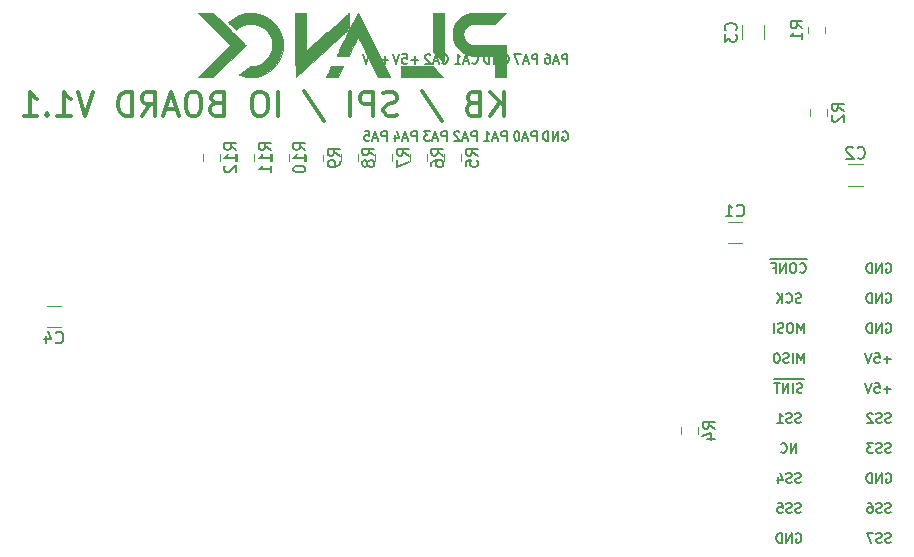
<source format=gbr>
%TF.GenerationSoftware,KiCad,Pcbnew,(5.1.6-0-10_14)*%
%TF.CreationDate,2021-03-04T16:26:44+01:00*%
%TF.ProjectId,io_board,696f5f62-6f61-4726-942e-6b696361645f,rev?*%
%TF.SameCoordinates,Original*%
%TF.FileFunction,Legend,Bot*%
%TF.FilePolarity,Positive*%
%FSLAX46Y46*%
G04 Gerber Fmt 4.6, Leading zero omitted, Abs format (unit mm)*
G04 Created by KiCad (PCBNEW (5.1.6-0-10_14)) date 2021-03-04 16:26:44*
%MOMM*%
%LPD*%
G01*
G04 APERTURE LIST*
%ADD10C,0.150000*%
%ADD11C,0.300000*%
%ADD12C,0.120000*%
%ADD13C,0.010000*%
G04 APERTURE END LIST*
D10*
X67874952Y37601000D02*
X67074952Y37601000D01*
X67227333Y36544285D02*
X67265428Y36506190D01*
X67379714Y36468095D01*
X67455904Y36468095D01*
X67570190Y36506190D01*
X67646380Y36582380D01*
X67684476Y36658571D01*
X67722571Y36810952D01*
X67722571Y36925238D01*
X67684476Y37077619D01*
X67646380Y37153809D01*
X67570190Y37230000D01*
X67455904Y37268095D01*
X67379714Y37268095D01*
X67265428Y37230000D01*
X67227333Y37191904D01*
X67074952Y37601000D02*
X66236857Y37601000D01*
X66732095Y37268095D02*
X66579714Y37268095D01*
X66503523Y37230000D01*
X66427333Y37153809D01*
X66389238Y37001428D01*
X66389238Y36734761D01*
X66427333Y36582380D01*
X66503523Y36506190D01*
X66579714Y36468095D01*
X66732095Y36468095D01*
X66808285Y36506190D01*
X66884476Y36582380D01*
X66922571Y36734761D01*
X66922571Y37001428D01*
X66884476Y37153809D01*
X66808285Y37230000D01*
X66732095Y37268095D01*
X66236857Y37601000D02*
X65398761Y37601000D01*
X66046380Y36468095D02*
X66046380Y37268095D01*
X65589238Y36468095D01*
X65589238Y37268095D01*
X65398761Y37601000D02*
X64713047Y37601000D01*
X64941619Y36887142D02*
X65208285Y36887142D01*
X65208285Y36468095D02*
X65208285Y37268095D01*
X64827333Y37268095D01*
X67322571Y33966190D02*
X67208285Y33928095D01*
X67017809Y33928095D01*
X66941619Y33966190D01*
X66903523Y34004285D01*
X66865428Y34080476D01*
X66865428Y34156666D01*
X66903523Y34232857D01*
X66941619Y34270952D01*
X67017809Y34309047D01*
X67170190Y34347142D01*
X67246380Y34385238D01*
X67284476Y34423333D01*
X67322571Y34499523D01*
X67322571Y34575714D01*
X67284476Y34651904D01*
X67246380Y34690000D01*
X67170190Y34728095D01*
X66979714Y34728095D01*
X66865428Y34690000D01*
X66065428Y34004285D02*
X66103523Y33966190D01*
X66217809Y33928095D01*
X66294000Y33928095D01*
X66408285Y33966190D01*
X66484476Y34042380D01*
X66522571Y34118571D01*
X66560666Y34270952D01*
X66560666Y34385238D01*
X66522571Y34537619D01*
X66484476Y34613809D01*
X66408285Y34690000D01*
X66294000Y34728095D01*
X66217809Y34728095D01*
X66103523Y34690000D01*
X66065428Y34651904D01*
X65722571Y33928095D02*
X65722571Y34728095D01*
X65265428Y33928095D02*
X65608285Y34385238D01*
X65265428Y34728095D02*
X65722571Y34270952D01*
X67551142Y31388095D02*
X67551142Y32188095D01*
X67284476Y31616666D01*
X67017809Y32188095D01*
X67017809Y31388095D01*
X66484476Y32188095D02*
X66332095Y32188095D01*
X66255904Y32150000D01*
X66179714Y32073809D01*
X66141619Y31921428D01*
X66141619Y31654761D01*
X66179714Y31502380D01*
X66255904Y31426190D01*
X66332095Y31388095D01*
X66484476Y31388095D01*
X66560666Y31426190D01*
X66636857Y31502380D01*
X66674952Y31654761D01*
X66674952Y31921428D01*
X66636857Y32073809D01*
X66560666Y32150000D01*
X66484476Y32188095D01*
X65836857Y31426190D02*
X65722571Y31388095D01*
X65532095Y31388095D01*
X65455904Y31426190D01*
X65417809Y31464285D01*
X65379714Y31540476D01*
X65379714Y31616666D01*
X65417809Y31692857D01*
X65455904Y31730952D01*
X65532095Y31769047D01*
X65684476Y31807142D01*
X65760666Y31845238D01*
X65798761Y31883333D01*
X65836857Y31959523D01*
X65836857Y32035714D01*
X65798761Y32111904D01*
X65760666Y32150000D01*
X65684476Y32188095D01*
X65494000Y32188095D01*
X65379714Y32150000D01*
X65036857Y31388095D02*
X65036857Y32188095D01*
X67551142Y28848095D02*
X67551142Y29648095D01*
X67284476Y29076666D01*
X67017809Y29648095D01*
X67017809Y28848095D01*
X66636857Y28848095D02*
X66636857Y29648095D01*
X66294000Y28886190D02*
X66179714Y28848095D01*
X65989238Y28848095D01*
X65913047Y28886190D01*
X65874952Y28924285D01*
X65836857Y29000476D01*
X65836857Y29076666D01*
X65874952Y29152857D01*
X65913047Y29190952D01*
X65989238Y29229047D01*
X66141619Y29267142D01*
X66217809Y29305238D01*
X66255904Y29343333D01*
X66294000Y29419523D01*
X66294000Y29495714D01*
X66255904Y29571904D01*
X66217809Y29610000D01*
X66141619Y29648095D01*
X65951142Y29648095D01*
X65836857Y29610000D01*
X65341619Y29648095D02*
X65189238Y29648095D01*
X65113047Y29610000D01*
X65036857Y29533809D01*
X64998761Y29381428D01*
X64998761Y29114761D01*
X65036857Y28962380D01*
X65113047Y28886190D01*
X65189238Y28848095D01*
X65341619Y28848095D01*
X65417809Y28886190D01*
X65494000Y28962380D01*
X65532095Y29114761D01*
X65532095Y29381428D01*
X65494000Y29533809D01*
X65417809Y29610000D01*
X65341619Y29648095D01*
X67589238Y27441000D02*
X66827333Y27441000D01*
X67436857Y26346190D02*
X67322571Y26308095D01*
X67132095Y26308095D01*
X67055904Y26346190D01*
X67017809Y26384285D01*
X66979714Y26460476D01*
X66979714Y26536666D01*
X67017809Y26612857D01*
X67055904Y26650952D01*
X67132095Y26689047D01*
X67284476Y26727142D01*
X67360666Y26765238D01*
X67398761Y26803333D01*
X67436857Y26879523D01*
X67436857Y26955714D01*
X67398761Y27031904D01*
X67360666Y27070000D01*
X67284476Y27108095D01*
X67094000Y27108095D01*
X66979714Y27070000D01*
X66827333Y27441000D02*
X66446380Y27441000D01*
X66636857Y26308095D02*
X66636857Y27108095D01*
X66446380Y27441000D02*
X65608285Y27441000D01*
X66255904Y26308095D02*
X66255904Y27108095D01*
X65798761Y26308095D01*
X65798761Y27108095D01*
X65608285Y27441000D02*
X64998761Y27441000D01*
X65532095Y27108095D02*
X65074952Y27108095D01*
X65303523Y26308095D02*
X65303523Y27108095D01*
X67284476Y23806190D02*
X67170190Y23768095D01*
X66979714Y23768095D01*
X66903523Y23806190D01*
X66865428Y23844285D01*
X66827333Y23920476D01*
X66827333Y23996666D01*
X66865428Y24072857D01*
X66903523Y24110952D01*
X66979714Y24149047D01*
X67132095Y24187142D01*
X67208285Y24225238D01*
X67246380Y24263333D01*
X67284476Y24339523D01*
X67284476Y24415714D01*
X67246380Y24491904D01*
X67208285Y24530000D01*
X67132095Y24568095D01*
X66941619Y24568095D01*
X66827333Y24530000D01*
X66522571Y23806190D02*
X66408285Y23768095D01*
X66217809Y23768095D01*
X66141619Y23806190D01*
X66103523Y23844285D01*
X66065428Y23920476D01*
X66065428Y23996666D01*
X66103523Y24072857D01*
X66141619Y24110952D01*
X66217809Y24149047D01*
X66370190Y24187142D01*
X66446380Y24225238D01*
X66484476Y24263333D01*
X66522571Y24339523D01*
X66522571Y24415714D01*
X66484476Y24491904D01*
X66446380Y24530000D01*
X66370190Y24568095D01*
X66179714Y24568095D01*
X66065428Y24530000D01*
X65303523Y23768095D02*
X65760666Y23768095D01*
X65532095Y23768095D02*
X65532095Y24568095D01*
X65608285Y24453809D01*
X65684476Y24377619D01*
X65760666Y24339523D01*
X66922571Y21228095D02*
X66922571Y22028095D01*
X66465428Y21228095D01*
X66465428Y22028095D01*
X65627333Y21304285D02*
X65665428Y21266190D01*
X65779714Y21228095D01*
X65855904Y21228095D01*
X65970190Y21266190D01*
X66046380Y21342380D01*
X66084476Y21418571D01*
X66122571Y21570952D01*
X66122571Y21685238D01*
X66084476Y21837619D01*
X66046380Y21913809D01*
X65970190Y21990000D01*
X65855904Y22028095D01*
X65779714Y22028095D01*
X65665428Y21990000D01*
X65627333Y21951904D01*
X67284476Y18726190D02*
X67170190Y18688095D01*
X66979714Y18688095D01*
X66903523Y18726190D01*
X66865428Y18764285D01*
X66827333Y18840476D01*
X66827333Y18916666D01*
X66865428Y18992857D01*
X66903523Y19030952D01*
X66979714Y19069047D01*
X67132095Y19107142D01*
X67208285Y19145238D01*
X67246380Y19183333D01*
X67284476Y19259523D01*
X67284476Y19335714D01*
X67246380Y19411904D01*
X67208285Y19450000D01*
X67132095Y19488095D01*
X66941619Y19488095D01*
X66827333Y19450000D01*
X66522571Y18726190D02*
X66408285Y18688095D01*
X66217809Y18688095D01*
X66141619Y18726190D01*
X66103523Y18764285D01*
X66065428Y18840476D01*
X66065428Y18916666D01*
X66103523Y18992857D01*
X66141619Y19030952D01*
X66217809Y19069047D01*
X66370190Y19107142D01*
X66446380Y19145238D01*
X66484476Y19183333D01*
X66522571Y19259523D01*
X66522571Y19335714D01*
X66484476Y19411904D01*
X66446380Y19450000D01*
X66370190Y19488095D01*
X66179714Y19488095D01*
X66065428Y19450000D01*
X65379714Y19221428D02*
X65379714Y18688095D01*
X65570190Y19526190D02*
X65760666Y18954761D01*
X65265428Y18954761D01*
X67284476Y16186190D02*
X67170190Y16148095D01*
X66979714Y16148095D01*
X66903523Y16186190D01*
X66865428Y16224285D01*
X66827333Y16300476D01*
X66827333Y16376666D01*
X66865428Y16452857D01*
X66903523Y16490952D01*
X66979714Y16529047D01*
X67132095Y16567142D01*
X67208285Y16605238D01*
X67246380Y16643333D01*
X67284476Y16719523D01*
X67284476Y16795714D01*
X67246380Y16871904D01*
X67208285Y16910000D01*
X67132095Y16948095D01*
X66941619Y16948095D01*
X66827333Y16910000D01*
X66522571Y16186190D02*
X66408285Y16148095D01*
X66217809Y16148095D01*
X66141619Y16186190D01*
X66103523Y16224285D01*
X66065428Y16300476D01*
X66065428Y16376666D01*
X66103523Y16452857D01*
X66141619Y16490952D01*
X66217809Y16529047D01*
X66370190Y16567142D01*
X66446380Y16605238D01*
X66484476Y16643333D01*
X66522571Y16719523D01*
X66522571Y16795714D01*
X66484476Y16871904D01*
X66446380Y16910000D01*
X66370190Y16948095D01*
X66179714Y16948095D01*
X66065428Y16910000D01*
X65341619Y16948095D02*
X65722571Y16948095D01*
X65760666Y16567142D01*
X65722571Y16605238D01*
X65646380Y16643333D01*
X65455904Y16643333D01*
X65379714Y16605238D01*
X65341619Y16567142D01*
X65303523Y16490952D01*
X65303523Y16300476D01*
X65341619Y16224285D01*
X65379714Y16186190D01*
X65455904Y16148095D01*
X65646380Y16148095D01*
X65722571Y16186190D01*
X65760666Y16224285D01*
X66903523Y14370000D02*
X66979714Y14408095D01*
X67094000Y14408095D01*
X67208285Y14370000D01*
X67284476Y14293809D01*
X67322571Y14217619D01*
X67360666Y14065238D01*
X67360666Y13950952D01*
X67322571Y13798571D01*
X67284476Y13722380D01*
X67208285Y13646190D01*
X67094000Y13608095D01*
X67017809Y13608095D01*
X66903523Y13646190D01*
X66865428Y13684285D01*
X66865428Y13950952D01*
X67017809Y13950952D01*
X66522571Y13608095D02*
X66522571Y14408095D01*
X66065428Y13608095D01*
X66065428Y14408095D01*
X65684476Y13608095D02*
X65684476Y14408095D01*
X65494000Y14408095D01*
X65379714Y14370000D01*
X65303523Y14293809D01*
X65265428Y14217619D01*
X65227333Y14065238D01*
X65227333Y13950952D01*
X65265428Y13798571D01*
X65303523Y13722380D01*
X65379714Y13646190D01*
X65494000Y13608095D01*
X65684476Y13608095D01*
X74904476Y13646190D02*
X74790190Y13608095D01*
X74599714Y13608095D01*
X74523523Y13646190D01*
X74485428Y13684285D01*
X74447333Y13760476D01*
X74447333Y13836666D01*
X74485428Y13912857D01*
X74523523Y13950952D01*
X74599714Y13989047D01*
X74752095Y14027142D01*
X74828285Y14065238D01*
X74866380Y14103333D01*
X74904476Y14179523D01*
X74904476Y14255714D01*
X74866380Y14331904D01*
X74828285Y14370000D01*
X74752095Y14408095D01*
X74561619Y14408095D01*
X74447333Y14370000D01*
X74142571Y13646190D02*
X74028285Y13608095D01*
X73837809Y13608095D01*
X73761619Y13646190D01*
X73723523Y13684285D01*
X73685428Y13760476D01*
X73685428Y13836666D01*
X73723523Y13912857D01*
X73761619Y13950952D01*
X73837809Y13989047D01*
X73990190Y14027142D01*
X74066380Y14065238D01*
X74104476Y14103333D01*
X74142571Y14179523D01*
X74142571Y14255714D01*
X74104476Y14331904D01*
X74066380Y14370000D01*
X73990190Y14408095D01*
X73799714Y14408095D01*
X73685428Y14370000D01*
X73418761Y14408095D02*
X72885428Y14408095D01*
X73228285Y13608095D01*
X74904476Y16186190D02*
X74790190Y16148095D01*
X74599714Y16148095D01*
X74523523Y16186190D01*
X74485428Y16224285D01*
X74447333Y16300476D01*
X74447333Y16376666D01*
X74485428Y16452857D01*
X74523523Y16490952D01*
X74599714Y16529047D01*
X74752095Y16567142D01*
X74828285Y16605238D01*
X74866380Y16643333D01*
X74904476Y16719523D01*
X74904476Y16795714D01*
X74866380Y16871904D01*
X74828285Y16910000D01*
X74752095Y16948095D01*
X74561619Y16948095D01*
X74447333Y16910000D01*
X74142571Y16186190D02*
X74028285Y16148095D01*
X73837809Y16148095D01*
X73761619Y16186190D01*
X73723523Y16224285D01*
X73685428Y16300476D01*
X73685428Y16376666D01*
X73723523Y16452857D01*
X73761619Y16490952D01*
X73837809Y16529047D01*
X73990190Y16567142D01*
X74066380Y16605238D01*
X74104476Y16643333D01*
X74142571Y16719523D01*
X74142571Y16795714D01*
X74104476Y16871904D01*
X74066380Y16910000D01*
X73990190Y16948095D01*
X73799714Y16948095D01*
X73685428Y16910000D01*
X72999714Y16948095D02*
X73152095Y16948095D01*
X73228285Y16910000D01*
X73266380Y16871904D01*
X73342571Y16757619D01*
X73380666Y16605238D01*
X73380666Y16300476D01*
X73342571Y16224285D01*
X73304476Y16186190D01*
X73228285Y16148095D01*
X73075904Y16148095D01*
X72999714Y16186190D01*
X72961619Y16224285D01*
X72923523Y16300476D01*
X72923523Y16490952D01*
X72961619Y16567142D01*
X72999714Y16605238D01*
X73075904Y16643333D01*
X73228285Y16643333D01*
X73304476Y16605238D01*
X73342571Y16567142D01*
X73380666Y16490952D01*
X74523523Y19450000D02*
X74599714Y19488095D01*
X74714000Y19488095D01*
X74828285Y19450000D01*
X74904476Y19373809D01*
X74942571Y19297619D01*
X74980666Y19145238D01*
X74980666Y19030952D01*
X74942571Y18878571D01*
X74904476Y18802380D01*
X74828285Y18726190D01*
X74714000Y18688095D01*
X74637809Y18688095D01*
X74523523Y18726190D01*
X74485428Y18764285D01*
X74485428Y19030952D01*
X74637809Y19030952D01*
X74142571Y18688095D02*
X74142571Y19488095D01*
X73685428Y18688095D01*
X73685428Y19488095D01*
X73304476Y18688095D02*
X73304476Y19488095D01*
X73114000Y19488095D01*
X72999714Y19450000D01*
X72923523Y19373809D01*
X72885428Y19297619D01*
X72847333Y19145238D01*
X72847333Y19030952D01*
X72885428Y18878571D01*
X72923523Y18802380D01*
X72999714Y18726190D01*
X73114000Y18688095D01*
X73304476Y18688095D01*
X74904476Y21266190D02*
X74790190Y21228095D01*
X74599714Y21228095D01*
X74523523Y21266190D01*
X74485428Y21304285D01*
X74447333Y21380476D01*
X74447333Y21456666D01*
X74485428Y21532857D01*
X74523523Y21570952D01*
X74599714Y21609047D01*
X74752095Y21647142D01*
X74828285Y21685238D01*
X74866380Y21723333D01*
X74904476Y21799523D01*
X74904476Y21875714D01*
X74866380Y21951904D01*
X74828285Y21990000D01*
X74752095Y22028095D01*
X74561619Y22028095D01*
X74447333Y21990000D01*
X74142571Y21266190D02*
X74028285Y21228095D01*
X73837809Y21228095D01*
X73761619Y21266190D01*
X73723523Y21304285D01*
X73685428Y21380476D01*
X73685428Y21456666D01*
X73723523Y21532857D01*
X73761619Y21570952D01*
X73837809Y21609047D01*
X73990190Y21647142D01*
X74066380Y21685238D01*
X74104476Y21723333D01*
X74142571Y21799523D01*
X74142571Y21875714D01*
X74104476Y21951904D01*
X74066380Y21990000D01*
X73990190Y22028095D01*
X73799714Y22028095D01*
X73685428Y21990000D01*
X73418761Y22028095D02*
X72923523Y22028095D01*
X73190190Y21723333D01*
X73075904Y21723333D01*
X72999714Y21685238D01*
X72961619Y21647142D01*
X72923523Y21570952D01*
X72923523Y21380476D01*
X72961619Y21304285D01*
X72999714Y21266190D01*
X73075904Y21228095D01*
X73304476Y21228095D01*
X73380666Y21266190D01*
X73418761Y21304285D01*
X74904476Y23806190D02*
X74790190Y23768095D01*
X74599714Y23768095D01*
X74523523Y23806190D01*
X74485428Y23844285D01*
X74447333Y23920476D01*
X74447333Y23996666D01*
X74485428Y24072857D01*
X74523523Y24110952D01*
X74599714Y24149047D01*
X74752095Y24187142D01*
X74828285Y24225238D01*
X74866380Y24263333D01*
X74904476Y24339523D01*
X74904476Y24415714D01*
X74866380Y24491904D01*
X74828285Y24530000D01*
X74752095Y24568095D01*
X74561619Y24568095D01*
X74447333Y24530000D01*
X74142571Y23806190D02*
X74028285Y23768095D01*
X73837809Y23768095D01*
X73761619Y23806190D01*
X73723523Y23844285D01*
X73685428Y23920476D01*
X73685428Y23996666D01*
X73723523Y24072857D01*
X73761619Y24110952D01*
X73837809Y24149047D01*
X73990190Y24187142D01*
X74066380Y24225238D01*
X74104476Y24263333D01*
X74142571Y24339523D01*
X74142571Y24415714D01*
X74104476Y24491904D01*
X74066380Y24530000D01*
X73990190Y24568095D01*
X73799714Y24568095D01*
X73685428Y24530000D01*
X73380666Y24491904D02*
X73342571Y24530000D01*
X73266380Y24568095D01*
X73075904Y24568095D01*
X72999714Y24530000D01*
X72961619Y24491904D01*
X72923523Y24415714D01*
X72923523Y24339523D01*
X72961619Y24225238D01*
X73418761Y23768095D01*
X72923523Y23768095D01*
X74942571Y29152857D02*
X74333047Y29152857D01*
X74637809Y28848095D02*
X74637809Y29457619D01*
X73571142Y29648095D02*
X73952095Y29648095D01*
X73990190Y29267142D01*
X73952095Y29305238D01*
X73875904Y29343333D01*
X73685428Y29343333D01*
X73609238Y29305238D01*
X73571142Y29267142D01*
X73533047Y29190952D01*
X73533047Y29000476D01*
X73571142Y28924285D01*
X73609238Y28886190D01*
X73685428Y28848095D01*
X73875904Y28848095D01*
X73952095Y28886190D01*
X73990190Y28924285D01*
X73304476Y29648095D02*
X73037809Y28848095D01*
X72771142Y29648095D01*
X74523523Y32150000D02*
X74599714Y32188095D01*
X74714000Y32188095D01*
X74828285Y32150000D01*
X74904476Y32073809D01*
X74942571Y31997619D01*
X74980666Y31845238D01*
X74980666Y31730952D01*
X74942571Y31578571D01*
X74904476Y31502380D01*
X74828285Y31426190D01*
X74714000Y31388095D01*
X74637809Y31388095D01*
X74523523Y31426190D01*
X74485428Y31464285D01*
X74485428Y31730952D01*
X74637809Y31730952D01*
X74142571Y31388095D02*
X74142571Y32188095D01*
X73685428Y31388095D01*
X73685428Y32188095D01*
X73304476Y31388095D02*
X73304476Y32188095D01*
X73114000Y32188095D01*
X72999714Y32150000D01*
X72923523Y32073809D01*
X72885428Y31997619D01*
X72847333Y31845238D01*
X72847333Y31730952D01*
X72885428Y31578571D01*
X72923523Y31502380D01*
X72999714Y31426190D01*
X73114000Y31388095D01*
X73304476Y31388095D01*
X74523523Y34690000D02*
X74599714Y34728095D01*
X74714000Y34728095D01*
X74828285Y34690000D01*
X74904476Y34613809D01*
X74942571Y34537619D01*
X74980666Y34385238D01*
X74980666Y34270952D01*
X74942571Y34118571D01*
X74904476Y34042380D01*
X74828285Y33966190D01*
X74714000Y33928095D01*
X74637809Y33928095D01*
X74523523Y33966190D01*
X74485428Y34004285D01*
X74485428Y34270952D01*
X74637809Y34270952D01*
X74142571Y33928095D02*
X74142571Y34728095D01*
X73685428Y33928095D01*
X73685428Y34728095D01*
X73304476Y33928095D02*
X73304476Y34728095D01*
X73114000Y34728095D01*
X72999714Y34690000D01*
X72923523Y34613809D01*
X72885428Y34537619D01*
X72847333Y34385238D01*
X72847333Y34270952D01*
X72885428Y34118571D01*
X72923523Y34042380D01*
X72999714Y33966190D01*
X73114000Y33928095D01*
X73304476Y33928095D01*
X74523523Y37230000D02*
X74599714Y37268095D01*
X74714000Y37268095D01*
X74828285Y37230000D01*
X74904476Y37153809D01*
X74942571Y37077619D01*
X74980666Y36925238D01*
X74980666Y36810952D01*
X74942571Y36658571D01*
X74904476Y36582380D01*
X74828285Y36506190D01*
X74714000Y36468095D01*
X74637809Y36468095D01*
X74523523Y36506190D01*
X74485428Y36544285D01*
X74485428Y36810952D01*
X74637809Y36810952D01*
X74142571Y36468095D02*
X74142571Y37268095D01*
X73685428Y36468095D01*
X73685428Y37268095D01*
X73304476Y36468095D02*
X73304476Y37268095D01*
X73114000Y37268095D01*
X72999714Y37230000D01*
X72923523Y37153809D01*
X72885428Y37077619D01*
X72847333Y36925238D01*
X72847333Y36810952D01*
X72885428Y36658571D01*
X72923523Y36582380D01*
X72999714Y36506190D01*
X73114000Y36468095D01*
X73304476Y36468095D01*
X74942571Y26612857D02*
X74333047Y26612857D01*
X74637809Y26308095D02*
X74637809Y26917619D01*
X73571142Y27108095D02*
X73952095Y27108095D01*
X73990190Y26727142D01*
X73952095Y26765238D01*
X73875904Y26803333D01*
X73685428Y26803333D01*
X73609238Y26765238D01*
X73571142Y26727142D01*
X73533047Y26650952D01*
X73533047Y26460476D01*
X73571142Y26384285D01*
X73609238Y26346190D01*
X73685428Y26308095D01*
X73875904Y26308095D01*
X73952095Y26346190D01*
X73990190Y26384285D01*
X73304476Y27108095D02*
X73037809Y26308095D01*
X72771142Y27108095D01*
X44938833Y47644095D02*
X44938833Y48444095D01*
X44634071Y48444095D01*
X44557880Y48406000D01*
X44519785Y48367904D01*
X44481690Y48291714D01*
X44481690Y48177428D01*
X44519785Y48101238D01*
X44557880Y48063142D01*
X44634071Y48025047D01*
X44938833Y48025047D01*
X44176928Y47872666D02*
X43795976Y47872666D01*
X44253119Y47644095D02*
X43986452Y48444095D01*
X43719785Y47644095D01*
X43300738Y48444095D02*
X43224547Y48444095D01*
X43148357Y48406000D01*
X43110261Y48367904D01*
X43072166Y48291714D01*
X43034071Y48139333D01*
X43034071Y47948857D01*
X43072166Y47796476D01*
X43110261Y47720285D01*
X43148357Y47682190D01*
X43224547Y47644095D01*
X43300738Y47644095D01*
X43376928Y47682190D01*
X43415023Y47720285D01*
X43453119Y47796476D01*
X43491214Y47948857D01*
X43491214Y48139333D01*
X43453119Y48291714D01*
X43415023Y48367904D01*
X43376928Y48406000D01*
X43300738Y48444095D01*
X47155023Y48406000D02*
X47231214Y48444095D01*
X47345500Y48444095D01*
X47459785Y48406000D01*
X47535976Y48329809D01*
X47574071Y48253619D01*
X47612166Y48101238D01*
X47612166Y47986952D01*
X47574071Y47834571D01*
X47535976Y47758380D01*
X47459785Y47682190D01*
X47345500Y47644095D01*
X47269309Y47644095D01*
X47155023Y47682190D01*
X47116928Y47720285D01*
X47116928Y47986952D01*
X47269309Y47986952D01*
X46774071Y47644095D02*
X46774071Y48444095D01*
X46316928Y47644095D01*
X46316928Y48444095D01*
X45935976Y47644095D02*
X45935976Y48444095D01*
X45745500Y48444095D01*
X45631214Y48406000D01*
X45555023Y48329809D01*
X45516928Y48253619D01*
X45478833Y48101238D01*
X45478833Y47986952D01*
X45516928Y47834571D01*
X45555023Y47758380D01*
X45631214Y47682190D01*
X45745500Y47644095D01*
X45935976Y47644095D01*
X32238833Y47644095D02*
X32238833Y48444095D01*
X31934071Y48444095D01*
X31857880Y48406000D01*
X31819785Y48367904D01*
X31781690Y48291714D01*
X31781690Y48177428D01*
X31819785Y48101238D01*
X31857880Y48063142D01*
X31934071Y48025047D01*
X32238833Y48025047D01*
X31476928Y47872666D02*
X31095976Y47872666D01*
X31553119Y47644095D02*
X31286452Y48444095D01*
X31019785Y47644095D01*
X30372166Y48444095D02*
X30753119Y48444095D01*
X30791214Y48063142D01*
X30753119Y48101238D01*
X30676928Y48139333D01*
X30486452Y48139333D01*
X30410261Y48101238D01*
X30372166Y48063142D01*
X30334071Y47986952D01*
X30334071Y47796476D01*
X30372166Y47720285D01*
X30410261Y47682190D01*
X30486452Y47644095D01*
X30676928Y47644095D01*
X30753119Y47682190D01*
X30791214Y47720285D01*
X34778833Y47644095D02*
X34778833Y48444095D01*
X34474071Y48444095D01*
X34397880Y48406000D01*
X34359785Y48367904D01*
X34321690Y48291714D01*
X34321690Y48177428D01*
X34359785Y48101238D01*
X34397880Y48063142D01*
X34474071Y48025047D01*
X34778833Y48025047D01*
X34016928Y47872666D02*
X33635976Y47872666D01*
X34093119Y47644095D02*
X33826452Y48444095D01*
X33559785Y47644095D01*
X32950261Y48177428D02*
X32950261Y47644095D01*
X33140738Y48482190D02*
X33331214Y47910761D01*
X32835976Y47910761D01*
X39858833Y47644095D02*
X39858833Y48444095D01*
X39554071Y48444095D01*
X39477880Y48406000D01*
X39439785Y48367904D01*
X39401690Y48291714D01*
X39401690Y48177428D01*
X39439785Y48101238D01*
X39477880Y48063142D01*
X39554071Y48025047D01*
X39858833Y48025047D01*
X39096928Y47872666D02*
X38715976Y47872666D01*
X39173119Y47644095D02*
X38906452Y48444095D01*
X38639785Y47644095D01*
X38411214Y48367904D02*
X38373119Y48406000D01*
X38296928Y48444095D01*
X38106452Y48444095D01*
X38030261Y48406000D01*
X37992166Y48367904D01*
X37954071Y48291714D01*
X37954071Y48215523D01*
X37992166Y48101238D01*
X38449309Y47644095D01*
X37954071Y47644095D01*
X42398833Y47644095D02*
X42398833Y48444095D01*
X42094071Y48444095D01*
X42017880Y48406000D01*
X41979785Y48367904D01*
X41941690Y48291714D01*
X41941690Y48177428D01*
X41979785Y48101238D01*
X42017880Y48063142D01*
X42094071Y48025047D01*
X42398833Y48025047D01*
X41636928Y47872666D02*
X41255976Y47872666D01*
X41713119Y47644095D02*
X41446452Y48444095D01*
X41179785Y47644095D01*
X40494071Y47644095D02*
X40951214Y47644095D01*
X40722642Y47644095D02*
X40722642Y48444095D01*
X40798833Y48329809D01*
X40875023Y48253619D01*
X40951214Y48215523D01*
X37318833Y47644095D02*
X37318833Y48444095D01*
X37014071Y48444095D01*
X36937880Y48406000D01*
X36899785Y48367904D01*
X36861690Y48291714D01*
X36861690Y48177428D01*
X36899785Y48101238D01*
X36937880Y48063142D01*
X37014071Y48025047D01*
X37318833Y48025047D01*
X36556928Y47872666D02*
X36175976Y47872666D01*
X36633119Y47644095D02*
X36366452Y48444095D01*
X36099785Y47644095D01*
X35909309Y48444095D02*
X35414071Y48444095D01*
X35680738Y48139333D01*
X35566452Y48139333D01*
X35490261Y48101238D01*
X35452166Y48063142D01*
X35414071Y47986952D01*
X35414071Y47796476D01*
X35452166Y47720285D01*
X35490261Y47682190D01*
X35566452Y47644095D01*
X35795023Y47644095D01*
X35871214Y47682190D01*
X35909309Y47720285D01*
X32397571Y54489357D02*
X31788047Y54489357D01*
X32092809Y54184595D02*
X32092809Y54794119D01*
X31026142Y54984595D02*
X31407095Y54984595D01*
X31445190Y54603642D01*
X31407095Y54641738D01*
X31330904Y54679833D01*
X31140428Y54679833D01*
X31064238Y54641738D01*
X31026142Y54603642D01*
X30988047Y54527452D01*
X30988047Y54336976D01*
X31026142Y54260785D01*
X31064238Y54222690D01*
X31140428Y54184595D01*
X31330904Y54184595D01*
X31407095Y54222690D01*
X31445190Y54260785D01*
X30759476Y54984595D02*
X30492809Y54184595D01*
X30226142Y54984595D01*
X34937571Y54489357D02*
X34328047Y54489357D01*
X34632809Y54184595D02*
X34632809Y54794119D01*
X33566142Y54984595D02*
X33947095Y54984595D01*
X33985190Y54603642D01*
X33947095Y54641738D01*
X33870904Y54679833D01*
X33680428Y54679833D01*
X33604238Y54641738D01*
X33566142Y54603642D01*
X33528047Y54527452D01*
X33528047Y54336976D01*
X33566142Y54260785D01*
X33604238Y54222690D01*
X33680428Y54184595D01*
X33870904Y54184595D01*
X33947095Y54222690D01*
X33985190Y54260785D01*
X33299476Y54984595D02*
X33032809Y54184595D01*
X32766142Y54984595D01*
X36925190Y54260785D02*
X36963285Y54222690D01*
X37077571Y54184595D01*
X37153761Y54184595D01*
X37268047Y54222690D01*
X37344238Y54298880D01*
X37382333Y54375071D01*
X37420428Y54527452D01*
X37420428Y54641738D01*
X37382333Y54794119D01*
X37344238Y54870309D01*
X37268047Y54946500D01*
X37153761Y54984595D01*
X37077571Y54984595D01*
X36963285Y54946500D01*
X36925190Y54908404D01*
X36620428Y54413166D02*
X36239476Y54413166D01*
X36696619Y54184595D02*
X36429952Y54984595D01*
X36163285Y54184595D01*
X35934714Y54908404D02*
X35896619Y54946500D01*
X35820428Y54984595D01*
X35629952Y54984595D01*
X35553761Y54946500D01*
X35515666Y54908404D01*
X35477571Y54832214D01*
X35477571Y54756023D01*
X35515666Y54641738D01*
X35972809Y54184595D01*
X35477571Y54184595D01*
X39465190Y54260785D02*
X39503285Y54222690D01*
X39617571Y54184595D01*
X39693761Y54184595D01*
X39808047Y54222690D01*
X39884238Y54298880D01*
X39922333Y54375071D01*
X39960428Y54527452D01*
X39960428Y54641738D01*
X39922333Y54794119D01*
X39884238Y54870309D01*
X39808047Y54946500D01*
X39693761Y54984595D01*
X39617571Y54984595D01*
X39503285Y54946500D01*
X39465190Y54908404D01*
X39160428Y54413166D02*
X38779476Y54413166D01*
X39236619Y54184595D02*
X38969952Y54984595D01*
X38703285Y54184595D01*
X38017571Y54184595D02*
X38474714Y54184595D01*
X38246142Y54184595D02*
X38246142Y54984595D01*
X38322333Y54870309D01*
X38398523Y54794119D01*
X38474714Y54756023D01*
X42138523Y54946500D02*
X42214714Y54984595D01*
X42329000Y54984595D01*
X42443285Y54946500D01*
X42519476Y54870309D01*
X42557571Y54794119D01*
X42595666Y54641738D01*
X42595666Y54527452D01*
X42557571Y54375071D01*
X42519476Y54298880D01*
X42443285Y54222690D01*
X42329000Y54184595D01*
X42252809Y54184595D01*
X42138523Y54222690D01*
X42100428Y54260785D01*
X42100428Y54527452D01*
X42252809Y54527452D01*
X41757571Y54184595D02*
X41757571Y54984595D01*
X41300428Y54184595D01*
X41300428Y54984595D01*
X40919476Y54184595D02*
X40919476Y54984595D01*
X40729000Y54984595D01*
X40614714Y54946500D01*
X40538523Y54870309D01*
X40500428Y54794119D01*
X40462333Y54641738D01*
X40462333Y54527452D01*
X40500428Y54375071D01*
X40538523Y54298880D01*
X40614714Y54222690D01*
X40729000Y54184595D01*
X40919476Y54184595D01*
X45002333Y54184595D02*
X45002333Y54984595D01*
X44697571Y54984595D01*
X44621380Y54946500D01*
X44583285Y54908404D01*
X44545190Y54832214D01*
X44545190Y54717928D01*
X44583285Y54641738D01*
X44621380Y54603642D01*
X44697571Y54565547D01*
X45002333Y54565547D01*
X44240428Y54413166D02*
X43859476Y54413166D01*
X44316619Y54184595D02*
X44049952Y54984595D01*
X43783285Y54184595D01*
X43592809Y54984595D02*
X43059476Y54984595D01*
X43402333Y54184595D01*
X47542333Y54184595D02*
X47542333Y54984595D01*
X47237571Y54984595D01*
X47161380Y54946500D01*
X47123285Y54908404D01*
X47085190Y54832214D01*
X47085190Y54717928D01*
X47123285Y54641738D01*
X47161380Y54603642D01*
X47237571Y54565547D01*
X47542333Y54565547D01*
X46780428Y54413166D02*
X46399476Y54413166D01*
X46856619Y54184595D02*
X46589952Y54984595D01*
X46323285Y54184595D01*
X45713761Y54984595D02*
X45866142Y54984595D01*
X45942333Y54946500D01*
X45980428Y54908404D01*
X46056619Y54794119D01*
X46094714Y54641738D01*
X46094714Y54336976D01*
X46056619Y54260785D01*
X46018523Y54222690D01*
X45942333Y54184595D01*
X45789952Y54184595D01*
X45713761Y54222690D01*
X45675666Y54260785D01*
X45637571Y54336976D01*
X45637571Y54527452D01*
X45675666Y54603642D01*
X45713761Y54641738D01*
X45789952Y54679833D01*
X45942333Y54679833D01*
X46018523Y54641738D01*
X46056619Y54603642D01*
X46094714Y54527452D01*
D11*
X42168619Y49768238D02*
X42168619Y51768238D01*
X41025762Y49768238D02*
X41882905Y50911095D01*
X41025762Y51768238D02*
X42168619Y50625380D01*
X39501952Y50815857D02*
X39216238Y50720619D01*
X39121000Y50625380D01*
X39025762Y50434904D01*
X39025762Y50149190D01*
X39121000Y49958714D01*
X39216238Y49863476D01*
X39406714Y49768238D01*
X40168619Y49768238D01*
X40168619Y51768238D01*
X39501952Y51768238D01*
X39311476Y51673000D01*
X39216238Y51577761D01*
X39121000Y51387285D01*
X39121000Y51196809D01*
X39216238Y51006333D01*
X39311476Y50911095D01*
X39501952Y50815857D01*
X40168619Y50815857D01*
X35216238Y51863476D02*
X36930524Y49292047D01*
X33121000Y49863476D02*
X32835286Y49768238D01*
X32359095Y49768238D01*
X32168619Y49863476D01*
X32073381Y49958714D01*
X31978143Y50149190D01*
X31978143Y50339666D01*
X32073381Y50530142D01*
X32168619Y50625380D01*
X32359095Y50720619D01*
X32740048Y50815857D01*
X32930524Y50911095D01*
X33025762Y51006333D01*
X33121000Y51196809D01*
X33121000Y51387285D01*
X33025762Y51577761D01*
X32930524Y51673000D01*
X32740048Y51768238D01*
X32263857Y51768238D01*
X31978143Y51673000D01*
X31121000Y49768238D02*
X31121000Y51768238D01*
X30359095Y51768238D01*
X30168619Y51673000D01*
X30073381Y51577761D01*
X29978143Y51387285D01*
X29978143Y51101571D01*
X30073381Y50911095D01*
X30168619Y50815857D01*
X30359095Y50720619D01*
X31121000Y50720619D01*
X29121000Y49768238D02*
X29121000Y51768238D01*
X25216238Y51863476D02*
X26930524Y49292047D01*
X23025762Y49768238D02*
X23025762Y51768238D01*
X21692429Y51768238D02*
X21311476Y51768238D01*
X21121000Y51673000D01*
X20930524Y51482523D01*
X20835286Y51101571D01*
X20835286Y50434904D01*
X20930524Y50053952D01*
X21121000Y49863476D01*
X21311476Y49768238D01*
X21692429Y49768238D01*
X21882905Y49863476D01*
X22073381Y50053952D01*
X22168619Y50434904D01*
X22168619Y51101571D01*
X22073381Y51482523D01*
X21882905Y51673000D01*
X21692429Y51768238D01*
X17787667Y50815857D02*
X17501952Y50720619D01*
X17406714Y50625380D01*
X17311476Y50434904D01*
X17311476Y50149190D01*
X17406714Y49958714D01*
X17501952Y49863476D01*
X17692429Y49768238D01*
X18454333Y49768238D01*
X18454333Y51768238D01*
X17787667Y51768238D01*
X17597190Y51673000D01*
X17501952Y51577761D01*
X17406714Y51387285D01*
X17406714Y51196809D01*
X17501952Y51006333D01*
X17597190Y50911095D01*
X17787667Y50815857D01*
X18454333Y50815857D01*
X16073381Y51768238D02*
X15692429Y51768238D01*
X15501952Y51673000D01*
X15311476Y51482523D01*
X15216238Y51101571D01*
X15216238Y50434904D01*
X15311476Y50053952D01*
X15501952Y49863476D01*
X15692429Y49768238D01*
X16073381Y49768238D01*
X16263857Y49863476D01*
X16454333Y50053952D01*
X16549571Y50434904D01*
X16549571Y51101571D01*
X16454333Y51482523D01*
X16263857Y51673000D01*
X16073381Y51768238D01*
X14454333Y50339666D02*
X13501952Y50339666D01*
X14644810Y49768238D02*
X13978143Y51768238D01*
X13311476Y49768238D01*
X11501952Y49768238D02*
X12168619Y50720619D01*
X12644810Y49768238D02*
X12644810Y51768238D01*
X11882905Y51768238D01*
X11692429Y51673000D01*
X11597190Y51577761D01*
X11501952Y51387285D01*
X11501952Y51101571D01*
X11597190Y50911095D01*
X11692429Y50815857D01*
X11882905Y50720619D01*
X12644810Y50720619D01*
X10644810Y49768238D02*
X10644810Y51768238D01*
X10168619Y51768238D01*
X9882905Y51673000D01*
X9692429Y51482523D01*
X9597190Y51292047D01*
X9501952Y50911095D01*
X9501952Y50625380D01*
X9597190Y50244428D01*
X9692429Y50053952D01*
X9882905Y49863476D01*
X10168619Y49768238D01*
X10644810Y49768238D01*
X7406714Y51768238D02*
X6740048Y49768238D01*
X6073381Y51768238D01*
X4359095Y49768238D02*
X5501952Y49768238D01*
X4930524Y49768238D02*
X4930524Y51768238D01*
X5121000Y51482523D01*
X5311476Y51292047D01*
X5501952Y51196809D01*
X3501952Y49958714D02*
X3406714Y49863476D01*
X3501952Y49768238D01*
X3597190Y49863476D01*
X3501952Y49958714D01*
X3501952Y49768238D01*
X1501952Y49768238D02*
X2644810Y49768238D01*
X2073381Y49768238D02*
X2073381Y51768238D01*
X2263857Y51482523D01*
X2454333Y51292047D01*
X2644810Y51196809D01*
D12*
%TO.C,C3*%
X62336000Y57434564D02*
X62336000Y56230436D01*
X64156000Y57434564D02*
X64156000Y56230436D01*
%TO.C,C2*%
X72547564Y45677500D02*
X71343436Y45677500D01*
X72547564Y43857500D02*
X71343436Y43857500D01*
%TO.C,R12*%
X16689000Y45966748D02*
X16689000Y46489252D01*
X18109000Y45966748D02*
X18109000Y46489252D01*
%TO.C,R11*%
X19610000Y45966748D02*
X19610000Y46489252D01*
X21030000Y45966748D02*
X21030000Y46489252D01*
%TO.C,R10*%
X22531000Y45966748D02*
X22531000Y46489252D01*
X23951000Y45966748D02*
X23951000Y46489252D01*
%TO.C,R9*%
X25452000Y45957748D02*
X25452000Y46480252D01*
X26872000Y45957748D02*
X26872000Y46480252D01*
%TO.C,R8*%
X28373000Y45975748D02*
X28373000Y46498252D01*
X29793000Y45975748D02*
X29793000Y46498252D01*
%TO.C,R7*%
X31294000Y45966748D02*
X31294000Y46489252D01*
X32714000Y45966748D02*
X32714000Y46489252D01*
%TO.C,R6*%
X34215000Y45966748D02*
X34215000Y46489252D01*
X35635000Y45966748D02*
X35635000Y46489252D01*
%TO.C,R5*%
X37136000Y45966748D02*
X37136000Y46489252D01*
X38556000Y45966748D02*
X38556000Y46489252D01*
%TO.C,R4*%
X57202000Y22852748D02*
X57202000Y23375252D01*
X58622000Y22852748D02*
X58622000Y23375252D01*
%TO.C,R2*%
X68124000Y49776748D02*
X68124000Y50299252D01*
X69544000Y49776748D02*
X69544000Y50299252D01*
%TO.C,R1*%
X69353500Y57284252D02*
X69353500Y56761748D01*
X67933500Y57284252D02*
X67933500Y56761748D01*
%TO.C,C4*%
X3461936Y33676000D02*
X4666064Y33676000D01*
X3461936Y31856000D02*
X4666064Y31856000D01*
%TO.C,C1*%
X62324064Y38968000D02*
X61119936Y38968000D01*
X62324064Y40788000D02*
X61119936Y40788000D01*
D13*
%TO.C,G\u002A\u002A\u002A*%
G36*
X40917709Y58467562D02*
G01*
X40657601Y58467525D01*
X40427092Y58467367D01*
X40224032Y58466981D01*
X40046270Y58466259D01*
X39891654Y58465093D01*
X39758035Y58463375D01*
X39643260Y58460999D01*
X39545180Y58457856D01*
X39461644Y58453840D01*
X39390500Y58448841D01*
X39329599Y58442753D01*
X39276789Y58435469D01*
X39229919Y58426880D01*
X39186838Y58416879D01*
X39145397Y58405358D01*
X39103443Y58392211D01*
X39058827Y58377328D01*
X39049284Y58374096D01*
X38841001Y58287185D01*
X38644691Y58173043D01*
X38463228Y58034668D01*
X38299489Y57875059D01*
X38156348Y57697214D01*
X38036680Y57504132D01*
X37943363Y57298811D01*
X37903646Y57179466D01*
X37852798Y56950642D01*
X37830643Y56717746D01*
X37836829Y56485007D01*
X37871005Y56256651D01*
X37932817Y56036907D01*
X38014905Y55843761D01*
X38130362Y55648222D01*
X38271433Y55466794D01*
X38434354Y55302771D01*
X38615364Y55159447D01*
X38810698Y55040116D01*
X39016594Y54948071D01*
X39052965Y54935173D01*
X39103153Y54918436D01*
X39150305Y54903990D01*
X39197110Y54891668D01*
X39246256Y54881300D01*
X39300431Y54872719D01*
X39362323Y54865757D01*
X39434622Y54860245D01*
X39520015Y54856014D01*
X39621190Y54852897D01*
X39740837Y54850725D01*
X39881643Y54849331D01*
X40046297Y54848545D01*
X40237487Y54848199D01*
X40443642Y54848125D01*
X41449625Y54848125D01*
X41449625Y53038375D01*
X42354500Y53038375D01*
X42354500Y55752038D01*
X39473188Y55760938D01*
X39368855Y55796422D01*
X39220720Y55862991D01*
X39083422Y55956673D01*
X38962190Y56073332D01*
X38876612Y56186026D01*
X38802236Y56328771D01*
X38756478Y56481644D01*
X38739542Y56640604D01*
X38751632Y56801607D01*
X38792955Y56960611D01*
X38832534Y57054750D01*
X38882075Y57135971D01*
X38951989Y57223190D01*
X39034425Y57308541D01*
X39121531Y57384158D01*
X39205455Y57442171D01*
X39235063Y57458054D01*
X39273511Y57476672D01*
X39307994Y57492661D01*
X39341170Y57506238D01*
X39375697Y57517618D01*
X39414232Y57527016D01*
X39459433Y57534648D01*
X39513957Y57540730D01*
X39580462Y57545478D01*
X39661606Y57549106D01*
X39760047Y57551831D01*
X39878441Y57553869D01*
X40019448Y57555434D01*
X40185723Y57556742D01*
X40379926Y57558010D01*
X40474479Y57558608D01*
X41459895Y57564874D01*
X41911062Y58016250D01*
X42362228Y58467625D01*
X40917709Y58467562D01*
G37*
X40917709Y58467562D02*
X40657601Y58467525D01*
X40427092Y58467367D01*
X40224032Y58466981D01*
X40046270Y58466259D01*
X39891654Y58465093D01*
X39758035Y58463375D01*
X39643260Y58460999D01*
X39545180Y58457856D01*
X39461644Y58453840D01*
X39390500Y58448841D01*
X39329599Y58442753D01*
X39276789Y58435469D01*
X39229919Y58426880D01*
X39186838Y58416879D01*
X39145397Y58405358D01*
X39103443Y58392211D01*
X39058827Y58377328D01*
X39049284Y58374096D01*
X38841001Y58287185D01*
X38644691Y58173043D01*
X38463228Y58034668D01*
X38299489Y57875059D01*
X38156348Y57697214D01*
X38036680Y57504132D01*
X37943363Y57298811D01*
X37903646Y57179466D01*
X37852798Y56950642D01*
X37830643Y56717746D01*
X37836829Y56485007D01*
X37871005Y56256651D01*
X37932817Y56036907D01*
X38014905Y55843761D01*
X38130362Y55648222D01*
X38271433Y55466794D01*
X38434354Y55302771D01*
X38615364Y55159447D01*
X38810698Y55040116D01*
X39016594Y54948071D01*
X39052965Y54935173D01*
X39103153Y54918436D01*
X39150305Y54903990D01*
X39197110Y54891668D01*
X39246256Y54881300D01*
X39300431Y54872719D01*
X39362323Y54865757D01*
X39434622Y54860245D01*
X39520015Y54856014D01*
X39621190Y54852897D01*
X39740837Y54850725D01*
X39881643Y54849331D01*
X40046297Y54848545D01*
X40237487Y54848199D01*
X40443642Y54848125D01*
X41449625Y54848125D01*
X41449625Y53038375D01*
X42354500Y53038375D01*
X42354500Y55752038D01*
X39473188Y55760938D01*
X39368855Y55796422D01*
X39220720Y55862991D01*
X39083422Y55956673D01*
X38962190Y56073332D01*
X38876612Y56186026D01*
X38802236Y56328771D01*
X38756478Y56481644D01*
X38739542Y56640604D01*
X38751632Y56801607D01*
X38792955Y56960611D01*
X38832534Y57054750D01*
X38882075Y57135971D01*
X38951989Y57223190D01*
X39034425Y57308541D01*
X39121531Y57384158D01*
X39205455Y57442171D01*
X39235063Y57458054D01*
X39273511Y57476672D01*
X39307994Y57492661D01*
X39341170Y57506238D01*
X39375697Y57517618D01*
X39414232Y57527016D01*
X39459433Y57534648D01*
X39513957Y57540730D01*
X39580462Y57545478D01*
X39661606Y57549106D01*
X39760047Y57551831D01*
X39878441Y57553869D01*
X40019448Y57555434D01*
X40185723Y57556742D01*
X40379926Y57558010D01*
X40474479Y57558608D01*
X41459895Y57564874D01*
X41911062Y58016250D01*
X42362228Y58467625D01*
X40917709Y58467562D01*
G36*
X33432750Y53038375D02*
G01*
X37054881Y53038375D01*
X36613034Y53490538D01*
X36171188Y53942700D01*
X33432750Y53943250D01*
X33432750Y53038375D01*
G37*
X33432750Y53038375D02*
X37054881Y53038375D01*
X36613034Y53490538D01*
X36171188Y53942700D01*
X33432750Y53943250D01*
X33432750Y53038375D01*
G36*
X28907269Y56673727D02*
G01*
X28795217Y56449823D01*
X28687160Y56233748D01*
X28583945Y56027205D01*
X28486419Y55831894D01*
X28395430Y55649517D01*
X28311823Y55481775D01*
X28236446Y55330369D01*
X28170145Y55197000D01*
X28113768Y55083369D01*
X28068162Y54991177D01*
X28034173Y54922126D01*
X28012647Y54877917D01*
X28004433Y54860251D01*
X28004376Y54860032D01*
X28019406Y54857141D01*
X28062438Y54854503D01*
X28129722Y54852207D01*
X28217511Y54850340D01*
X28322056Y54848990D01*
X28439609Y54848245D01*
X28511522Y54848125D01*
X29019543Y54848125D01*
X29412353Y55633938D01*
X29485719Y55780418D01*
X29554912Y55918012D01*
X29618628Y56044163D01*
X29675560Y56156312D01*
X29724404Y56251902D01*
X29763856Y56328376D01*
X29792609Y56383176D01*
X29809358Y56413744D01*
X29813176Y56419410D01*
X29821178Y56405460D01*
X29842509Y56364861D01*
X29876289Y56299354D01*
X29921635Y56210682D01*
X29977665Y56100588D01*
X30043497Y55970812D01*
X30118249Y55823098D01*
X30201040Y55659187D01*
X30290987Y55480822D01*
X30387208Y55289745D01*
X30488822Y55087698D01*
X30594947Y54876422D01*
X30669063Y54728722D01*
X31516937Y53038375D01*
X32527894Y53038375D01*
X31168590Y55756946D01*
X29809286Y58475516D01*
X28907269Y56673727D01*
G37*
X28907269Y56673727D02*
X28795217Y56449823D01*
X28687160Y56233748D01*
X28583945Y56027205D01*
X28486419Y55831894D01*
X28395430Y55649517D01*
X28311823Y55481775D01*
X28236446Y55330369D01*
X28170145Y55197000D01*
X28113768Y55083369D01*
X28068162Y54991177D01*
X28034173Y54922126D01*
X28012647Y54877917D01*
X28004433Y54860251D01*
X28004376Y54860032D01*
X28019406Y54857141D01*
X28062438Y54854503D01*
X28129722Y54852207D01*
X28217511Y54850340D01*
X28322056Y54848990D01*
X28439609Y54848245D01*
X28511522Y54848125D01*
X29019543Y54848125D01*
X29412353Y55633938D01*
X29485719Y55780418D01*
X29554912Y55918012D01*
X29618628Y56044163D01*
X29675560Y56156312D01*
X29724404Y56251902D01*
X29763856Y56328376D01*
X29792609Y56383176D01*
X29809358Y56413744D01*
X29813176Y56419410D01*
X29821178Y56405460D01*
X29842509Y56364861D01*
X29876289Y56299354D01*
X29921635Y56210682D01*
X29977665Y56100588D01*
X30043497Y55970812D01*
X30118249Y55823098D01*
X30201040Y55659187D01*
X30290987Y55480822D01*
X30387208Y55289745D01*
X30488822Y55087698D01*
X30594947Y54876422D01*
X30669063Y54728722D01*
X31516937Y53038375D01*
X32527894Y53038375D01*
X31168590Y55756946D01*
X29809286Y58475516D01*
X28907269Y56673727D01*
G36*
X27324679Y53501220D02*
G01*
X27269060Y53392140D01*
X27218408Y53292185D01*
X27174464Y53204839D01*
X27138969Y53133588D01*
X27113666Y53081917D01*
X27100294Y53053310D01*
X27098625Y53048783D01*
X27113872Y53046246D01*
X27157096Y53043933D01*
X27224528Y53041921D01*
X27312395Y53040288D01*
X27416926Y53039112D01*
X27534351Y53038472D01*
X27602786Y53038375D01*
X28106947Y53038375D01*
X28333000Y53490813D01*
X28559053Y53943250D01*
X27550733Y53943250D01*
X27324679Y53501220D01*
G37*
X27324679Y53501220D02*
X27269060Y53392140D01*
X27218408Y53292185D01*
X27174464Y53204839D01*
X27138969Y53133588D01*
X27113666Y53081917D01*
X27100294Y53053310D01*
X27098625Y53048783D01*
X27113872Y53046246D01*
X27157096Y53043933D01*
X27224528Y53041921D01*
X27312395Y53040288D01*
X27416926Y53039112D01*
X27534351Y53038472D01*
X27602786Y53038375D01*
X28106947Y53038375D01*
X28333000Y53490813D01*
X28559053Y53943250D01*
X27550733Y53943250D01*
X27324679Y53501220D01*
G36*
X29015532Y58440469D02*
G01*
X28999795Y58426255D01*
X28961771Y58392008D01*
X28902787Y58338920D01*
X28824168Y58268183D01*
X28727240Y58180990D01*
X28613329Y58078534D01*
X28483761Y57962006D01*
X28339862Y57832599D01*
X28182956Y57691505D01*
X28014372Y57539917D01*
X27835433Y57379027D01*
X27647466Y57210027D01*
X27451797Y57034109D01*
X27249751Y56852467D01*
X27209750Y56816506D01*
X25439688Y55225235D01*
X25435644Y56846430D01*
X25431601Y58467625D01*
X24526875Y58467625D01*
X24526875Y55753000D01*
X24526898Y55462003D01*
X24526965Y55179688D01*
X24527074Y54907683D01*
X24527221Y54647611D01*
X24527406Y54401098D01*
X24527625Y54169768D01*
X24527877Y53955248D01*
X24528158Y53759162D01*
X24528467Y53583135D01*
X24528800Y53428792D01*
X24529157Y53297759D01*
X24529533Y53191660D01*
X24529928Y53112121D01*
X24530338Y53060766D01*
X24530761Y53039221D01*
X24530844Y53038632D01*
X24542888Y53049086D01*
X24577281Y53079637D01*
X24632762Y53129154D01*
X24708071Y53196506D01*
X24801947Y53280561D01*
X24913129Y53380190D01*
X25040356Y53494261D01*
X25182366Y53621642D01*
X25337900Y53761204D01*
X25505696Y53911816D01*
X25684494Y54072345D01*
X25873031Y54241663D01*
X26070049Y54418636D01*
X26274284Y54602135D01*
X26400125Y54715220D01*
X26615558Y54908817D01*
X26829062Y55100666D01*
X27039004Y55289297D01*
X27243747Y55473242D01*
X27441656Y55651031D01*
X27631094Y55821195D01*
X27810428Y55982266D01*
X27978021Y56132776D01*
X28132237Y56271253D01*
X28271441Y56396231D01*
X28393997Y56506240D01*
X28498270Y56599812D01*
X28582625Y56675476D01*
X28645425Y56731765D01*
X28657965Y56742995D01*
X29050491Y57094438D01*
X29050871Y57783799D01*
X29051250Y58473159D01*
X29015532Y58440469D01*
G37*
X29015532Y58440469D02*
X28999795Y58426255D01*
X28961771Y58392008D01*
X28902787Y58338920D01*
X28824168Y58268183D01*
X28727240Y58180990D01*
X28613329Y58078534D01*
X28483761Y57962006D01*
X28339862Y57832599D01*
X28182956Y57691505D01*
X28014372Y57539917D01*
X27835433Y57379027D01*
X27647466Y57210027D01*
X27451797Y57034109D01*
X27249751Y56852467D01*
X27209750Y56816506D01*
X25439688Y55225235D01*
X25435644Y56846430D01*
X25431601Y58467625D01*
X24526875Y58467625D01*
X24526875Y55753000D01*
X24526898Y55462003D01*
X24526965Y55179688D01*
X24527074Y54907683D01*
X24527221Y54647611D01*
X24527406Y54401098D01*
X24527625Y54169768D01*
X24527877Y53955248D01*
X24528158Y53759162D01*
X24528467Y53583135D01*
X24528800Y53428792D01*
X24529157Y53297759D01*
X24529533Y53191660D01*
X24529928Y53112121D01*
X24530338Y53060766D01*
X24530761Y53039221D01*
X24530844Y53038632D01*
X24542888Y53049086D01*
X24577281Y53079637D01*
X24632762Y53129154D01*
X24708071Y53196506D01*
X24801947Y53280561D01*
X24913129Y53380190D01*
X25040356Y53494261D01*
X25182366Y53621642D01*
X25337900Y53761204D01*
X25505696Y53911816D01*
X25684494Y54072345D01*
X25873031Y54241663D01*
X26070049Y54418636D01*
X26274284Y54602135D01*
X26400125Y54715220D01*
X26615558Y54908817D01*
X26829062Y55100666D01*
X27039004Y55289297D01*
X27243747Y55473242D01*
X27441656Y55651031D01*
X27631094Y55821195D01*
X27810428Y55982266D01*
X27978021Y56132776D01*
X28132237Y56271253D01*
X28271441Y56396231D01*
X28393997Y56506240D01*
X28498270Y56599812D01*
X28582625Y56675476D01*
X28645425Y56731765D01*
X28657965Y56742995D01*
X29050491Y57094438D01*
X29050871Y57783799D01*
X29051250Y58473159D01*
X29015532Y58440469D01*
G36*
X20571682Y58458742D02*
G01*
X20435475Y58451154D01*
X20318877Y58438496D01*
X20280313Y58432127D01*
X19998231Y58363718D01*
X19724501Y58266094D01*
X19462529Y58140935D01*
X19215720Y57989922D01*
X18987478Y57814736D01*
X18933781Y57767417D01*
X18825498Y57669315D01*
X18902031Y57590927D01*
X18936910Y57556020D01*
X18990009Y57503916D01*
X19056525Y57439280D01*
X19131653Y57366776D01*
X19210589Y57291068D01*
X19228396Y57274057D01*
X19478228Y57035576D01*
X19561771Y57111201D01*
X19733778Y57246146D01*
X19925327Y57358888D01*
X20131354Y57447285D01*
X20346792Y57509198D01*
X20566577Y57542485D01*
X20585907Y57543970D01*
X20840006Y57547935D01*
X21081215Y57523112D01*
X21309221Y57469610D01*
X21523710Y57387541D01*
X21724368Y57277016D01*
X21910881Y57138145D01*
X22018430Y57038706D01*
X22179283Y56856255D01*
X22314597Y56656882D01*
X22422689Y56443472D01*
X22501878Y56218909D01*
X22506550Y56201903D01*
X22521690Y56143104D01*
X22532686Y56091432D01*
X22540189Y56039887D01*
X22544853Y55981469D01*
X22547328Y55909177D01*
X22548267Y55816009D01*
X22548366Y55753000D01*
X22547995Y55645291D01*
X22546450Y55562325D01*
X22543076Y55497104D01*
X22537223Y55442626D01*
X22528238Y55391890D01*
X22515469Y55337895D01*
X22506550Y55304098D01*
X22460140Y55160609D01*
X22398113Y55010810D01*
X22326347Y54867641D01*
X22255448Y54750958D01*
X22154361Y54619543D01*
X22031397Y54487730D01*
X21894725Y54362946D01*
X21752513Y54252619D01*
X21612930Y54164177D01*
X21605875Y54160304D01*
X21467505Y54094701D01*
X21315040Y54039154D01*
X21158085Y53996290D01*
X21006244Y53968739D01*
X20870560Y53959125D01*
X20767295Y53959125D01*
X20241378Y53610849D01*
X20126031Y53534203D01*
X20019263Y53462757D01*
X19923918Y53398450D01*
X19842840Y53343224D01*
X19778872Y53299018D01*
X19734858Y53267775D01*
X19713641Y53251433D01*
X19712137Y53249693D01*
X19724750Y53238887D01*
X19762595Y53221895D01*
X19820159Y53200455D01*
X19891929Y53176305D01*
X19972392Y53151182D01*
X20056034Y53126824D01*
X20137342Y53104968D01*
X20210804Y53087351D01*
X20256500Y53078133D01*
X20336851Y53067128D01*
X20439473Y53058032D01*
X20556617Y53051062D01*
X20680532Y53046430D01*
X20803466Y53044353D01*
X20917669Y53045046D01*
X21015389Y53048723D01*
X21085666Y53055143D01*
X21292681Y53090822D01*
X21486774Y53140012D01*
X21678016Y53205877D01*
X21876477Y53291580D01*
X21947188Y53325701D01*
X22207922Y53471419D01*
X22446773Y53640051D01*
X22663356Y53831213D01*
X22857286Y54044525D01*
X23028179Y54279604D01*
X23175651Y54536070D01*
X23184899Y54554438D01*
X23304543Y54825986D01*
X23392647Y55098367D01*
X23449419Y55372528D01*
X23475069Y55649419D01*
X23473789Y55864125D01*
X23444680Y56160436D01*
X23386291Y56444483D01*
X23298606Y56716301D01*
X23181611Y56975923D01*
X23035291Y57223380D01*
X22859632Y57458707D01*
X22681105Y57655448D01*
X22464298Y57852418D01*
X22228271Y58024792D01*
X21975284Y58171355D01*
X21707596Y58290893D01*
X21427467Y58382191D01*
X21252373Y58423311D01*
X21144327Y58439925D01*
X21013821Y58451852D01*
X20869268Y58459015D01*
X20719084Y58461337D01*
X20571682Y58458742D01*
G37*
X20571682Y58458742D02*
X20435475Y58451154D01*
X20318877Y58438496D01*
X20280313Y58432127D01*
X19998231Y58363718D01*
X19724501Y58266094D01*
X19462529Y58140935D01*
X19215720Y57989922D01*
X18987478Y57814736D01*
X18933781Y57767417D01*
X18825498Y57669315D01*
X18902031Y57590927D01*
X18936910Y57556020D01*
X18990009Y57503916D01*
X19056525Y57439280D01*
X19131653Y57366776D01*
X19210589Y57291068D01*
X19228396Y57274057D01*
X19478228Y57035576D01*
X19561771Y57111201D01*
X19733778Y57246146D01*
X19925327Y57358888D01*
X20131354Y57447285D01*
X20346792Y57509198D01*
X20566577Y57542485D01*
X20585907Y57543970D01*
X20840006Y57547935D01*
X21081215Y57523112D01*
X21309221Y57469610D01*
X21523710Y57387541D01*
X21724368Y57277016D01*
X21910881Y57138145D01*
X22018430Y57038706D01*
X22179283Y56856255D01*
X22314597Y56656882D01*
X22422689Y56443472D01*
X22501878Y56218909D01*
X22506550Y56201903D01*
X22521690Y56143104D01*
X22532686Y56091432D01*
X22540189Y56039887D01*
X22544853Y55981469D01*
X22547328Y55909177D01*
X22548267Y55816009D01*
X22548366Y55753000D01*
X22547995Y55645291D01*
X22546450Y55562325D01*
X22543076Y55497104D01*
X22537223Y55442626D01*
X22528238Y55391890D01*
X22515469Y55337895D01*
X22506550Y55304098D01*
X22460140Y55160609D01*
X22398113Y55010810D01*
X22326347Y54867641D01*
X22255448Y54750958D01*
X22154361Y54619543D01*
X22031397Y54487730D01*
X21894725Y54362946D01*
X21752513Y54252619D01*
X21612930Y54164177D01*
X21605875Y54160304D01*
X21467505Y54094701D01*
X21315040Y54039154D01*
X21158085Y53996290D01*
X21006244Y53968739D01*
X20870560Y53959125D01*
X20767295Y53959125D01*
X20241378Y53610849D01*
X20126031Y53534203D01*
X20019263Y53462757D01*
X19923918Y53398450D01*
X19842840Y53343224D01*
X19778872Y53299018D01*
X19734858Y53267775D01*
X19713641Y53251433D01*
X19712137Y53249693D01*
X19724750Y53238887D01*
X19762595Y53221895D01*
X19820159Y53200455D01*
X19891929Y53176305D01*
X19972392Y53151182D01*
X20056034Y53126824D01*
X20137342Y53104968D01*
X20210804Y53087351D01*
X20256500Y53078133D01*
X20336851Y53067128D01*
X20439473Y53058032D01*
X20556617Y53051062D01*
X20680532Y53046430D01*
X20803466Y53044353D01*
X20917669Y53045046D01*
X21015389Y53048723D01*
X21085666Y53055143D01*
X21292681Y53090822D01*
X21486774Y53140012D01*
X21678016Y53205877D01*
X21876477Y53291580D01*
X21947188Y53325701D01*
X22207922Y53471419D01*
X22446773Y53640051D01*
X22663356Y53831213D01*
X22857286Y54044525D01*
X23028179Y54279604D01*
X23175651Y54536070D01*
X23184899Y54554438D01*
X23304543Y54825986D01*
X23392647Y55098367D01*
X23449419Y55372528D01*
X23475069Y55649419D01*
X23473789Y55864125D01*
X23444680Y56160436D01*
X23386291Y56444483D01*
X23298606Y56716301D01*
X23181611Y56975923D01*
X23035291Y57223380D01*
X22859632Y57458707D01*
X22681105Y57655448D01*
X22464298Y57852418D01*
X22228271Y58024792D01*
X21975284Y58171355D01*
X21707596Y58290893D01*
X21427467Y58382191D01*
X21252373Y58423311D01*
X21144327Y58439925D01*
X21013821Y58451852D01*
X20869268Y58459015D01*
X20719084Y58461337D01*
X20571682Y58458742D01*
G36*
X17653000Y57110313D02*
G01*
X19010243Y55753000D01*
X17653000Y54395688D01*
X16295758Y53038375D01*
X16938660Y53038388D01*
X17581563Y53038400D01*
X18938875Y54383794D01*
X19112001Y54555499D01*
X19278798Y54721122D01*
X19437883Y54879280D01*
X19587872Y55028587D01*
X19727380Y55167660D01*
X19855025Y55295115D01*
X19969421Y55409567D01*
X20069186Y55509632D01*
X20152934Y55593926D01*
X20219283Y55661064D01*
X20266848Y55709663D01*
X20294245Y55738338D01*
X20300720Y55745911D01*
X20290240Y55758998D01*
X20258543Y55793020D01*
X20206999Y55846597D01*
X20136977Y55918352D01*
X20049847Y56006903D01*
X19946978Y56110873D01*
X19829739Y56228882D01*
X19699501Y56359552D01*
X19557632Y56501502D01*
X19405503Y56653354D01*
X19244483Y56813730D01*
X19075941Y56981248D01*
X18941001Y57115130D01*
X17576750Y58467625D01*
X16295758Y58467625D01*
X17653000Y57110313D01*
G37*
X17653000Y57110313D02*
X19010243Y55753000D01*
X17653000Y54395688D01*
X16295758Y53038375D01*
X16938660Y53038388D01*
X17581563Y53038400D01*
X18938875Y54383794D01*
X19112001Y54555499D01*
X19278798Y54721122D01*
X19437883Y54879280D01*
X19587872Y55028587D01*
X19727380Y55167660D01*
X19855025Y55295115D01*
X19969421Y55409567D01*
X20069186Y55509632D01*
X20152934Y55593926D01*
X20219283Y55661064D01*
X20266848Y55709663D01*
X20294245Y55738338D01*
X20300720Y55745911D01*
X20290240Y55758998D01*
X20258543Y55793020D01*
X20206999Y55846597D01*
X20136977Y55918352D01*
X20049847Y56006903D01*
X19946978Y56110873D01*
X19829739Y56228882D01*
X19699501Y56359552D01*
X19557632Y56501502D01*
X19405503Y56653354D01*
X19244483Y56813730D01*
X19075941Y56981248D01*
X18941001Y57115130D01*
X17576750Y58467625D01*
X16295758Y58467625D01*
X17653000Y57110313D01*
G36*
X36147375Y55188341D02*
G01*
X36593213Y54732483D01*
X36690772Y54633090D01*
X36781672Y54541169D01*
X36863480Y54459130D01*
X36933761Y54389385D01*
X36990081Y54334343D01*
X37030006Y54296414D01*
X37051101Y54278009D01*
X37053588Y54276625D01*
X37055612Y54292291D01*
X37057517Y54338449D01*
X37059294Y54413842D01*
X37060934Y54517213D01*
X37062429Y54647304D01*
X37063770Y54802859D01*
X37064948Y54982620D01*
X37065954Y55185329D01*
X37066780Y55409730D01*
X37067417Y55654565D01*
X37067856Y55918576D01*
X37068089Y56200507D01*
X37068125Y56372125D01*
X37068125Y58467625D01*
X36147375Y58467625D01*
X36147375Y55188341D01*
G37*
X36147375Y55188341D02*
X36593213Y54732483D01*
X36690772Y54633090D01*
X36781672Y54541169D01*
X36863480Y54459130D01*
X36933761Y54389385D01*
X36990081Y54334343D01*
X37030006Y54296414D01*
X37051101Y54278009D01*
X37053588Y54276625D01*
X37055612Y54292291D01*
X37057517Y54338449D01*
X37059294Y54413842D01*
X37060934Y54517213D01*
X37062429Y54647304D01*
X37063770Y54802859D01*
X37064948Y54982620D01*
X37065954Y55185329D01*
X37066780Y55409730D01*
X37067417Y55654565D01*
X37067856Y55918576D01*
X37068089Y56200507D01*
X37068125Y56372125D01*
X37068125Y58467625D01*
X36147375Y58467625D01*
X36147375Y55188341D01*
%TO.C,C3*%
D10*
X61783142Y56999166D02*
X61830761Y57046785D01*
X61878380Y57189642D01*
X61878380Y57284880D01*
X61830761Y57427738D01*
X61735523Y57522976D01*
X61640285Y57570595D01*
X61449809Y57618214D01*
X61306952Y57618214D01*
X61116476Y57570595D01*
X61021238Y57522976D01*
X60926000Y57427738D01*
X60878380Y57284880D01*
X60878380Y57189642D01*
X60926000Y57046785D01*
X60973619Y56999166D01*
X60878380Y56665833D02*
X60878380Y56046785D01*
X61259333Y56380119D01*
X61259333Y56237261D01*
X61306952Y56142023D01*
X61354571Y56094404D01*
X61449809Y56046785D01*
X61687904Y56046785D01*
X61783142Y56094404D01*
X61830761Y56142023D01*
X61878380Y56237261D01*
X61878380Y56522976D01*
X61830761Y56618214D01*
X61783142Y56665833D01*
%TO.C,C2*%
X72112166Y46230357D02*
X72159785Y46182738D01*
X72302642Y46135119D01*
X72397880Y46135119D01*
X72540738Y46182738D01*
X72635976Y46277976D01*
X72683595Y46373214D01*
X72731214Y46563690D01*
X72731214Y46706547D01*
X72683595Y46897023D01*
X72635976Y46992261D01*
X72540738Y47087500D01*
X72397880Y47135119D01*
X72302642Y47135119D01*
X72159785Y47087500D01*
X72112166Y47039880D01*
X71731214Y47039880D02*
X71683595Y47087500D01*
X71588357Y47135119D01*
X71350261Y47135119D01*
X71255023Y47087500D01*
X71207404Y47039880D01*
X71159785Y46944642D01*
X71159785Y46849404D01*
X71207404Y46706547D01*
X71778833Y46135119D01*
X71159785Y46135119D01*
%TO.C,R12*%
X19501380Y46870857D02*
X19025190Y47204190D01*
X19501380Y47442285D02*
X18501380Y47442285D01*
X18501380Y47061333D01*
X18549000Y46966095D01*
X18596619Y46918476D01*
X18691857Y46870857D01*
X18834714Y46870857D01*
X18929952Y46918476D01*
X18977571Y46966095D01*
X19025190Y47061333D01*
X19025190Y47442285D01*
X19501380Y45918476D02*
X19501380Y46489904D01*
X19501380Y46204190D02*
X18501380Y46204190D01*
X18644238Y46299428D01*
X18739476Y46394666D01*
X18787095Y46489904D01*
X18596619Y45537523D02*
X18549000Y45489904D01*
X18501380Y45394666D01*
X18501380Y45156571D01*
X18549000Y45061333D01*
X18596619Y45013714D01*
X18691857Y44966095D01*
X18787095Y44966095D01*
X18929952Y45013714D01*
X19501380Y45585142D01*
X19501380Y44966095D01*
%TO.C,R11*%
X22422380Y46870857D02*
X21946190Y47204190D01*
X22422380Y47442285D02*
X21422380Y47442285D01*
X21422380Y47061333D01*
X21470000Y46966095D01*
X21517619Y46918476D01*
X21612857Y46870857D01*
X21755714Y46870857D01*
X21850952Y46918476D01*
X21898571Y46966095D01*
X21946190Y47061333D01*
X21946190Y47442285D01*
X22422380Y45918476D02*
X22422380Y46489904D01*
X22422380Y46204190D02*
X21422380Y46204190D01*
X21565238Y46299428D01*
X21660476Y46394666D01*
X21708095Y46489904D01*
X22422380Y44966095D02*
X22422380Y45537523D01*
X22422380Y45251809D02*
X21422380Y45251809D01*
X21565238Y45347047D01*
X21660476Y45442285D01*
X21708095Y45537523D01*
%TO.C,R10*%
X25343380Y46870857D02*
X24867190Y47204190D01*
X25343380Y47442285D02*
X24343380Y47442285D01*
X24343380Y47061333D01*
X24391000Y46966095D01*
X24438619Y46918476D01*
X24533857Y46870857D01*
X24676714Y46870857D01*
X24771952Y46918476D01*
X24819571Y46966095D01*
X24867190Y47061333D01*
X24867190Y47442285D01*
X25343380Y45918476D02*
X25343380Y46489904D01*
X25343380Y46204190D02*
X24343380Y46204190D01*
X24486238Y46299428D01*
X24581476Y46394666D01*
X24629095Y46489904D01*
X24343380Y45299428D02*
X24343380Y45204190D01*
X24391000Y45108952D01*
X24438619Y45061333D01*
X24533857Y45013714D01*
X24724333Y44966095D01*
X24962428Y44966095D01*
X25152904Y45013714D01*
X25248142Y45061333D01*
X25295761Y45108952D01*
X25343380Y45204190D01*
X25343380Y45299428D01*
X25295761Y45394666D01*
X25248142Y45442285D01*
X25152904Y45489904D01*
X24962428Y45537523D01*
X24724333Y45537523D01*
X24533857Y45489904D01*
X24438619Y45442285D01*
X24391000Y45394666D01*
X24343380Y45299428D01*
%TO.C,R9*%
X28264380Y46385666D02*
X27788190Y46719000D01*
X28264380Y46957095D02*
X27264380Y46957095D01*
X27264380Y46576142D01*
X27312000Y46480904D01*
X27359619Y46433285D01*
X27454857Y46385666D01*
X27597714Y46385666D01*
X27692952Y46433285D01*
X27740571Y46480904D01*
X27788190Y46576142D01*
X27788190Y46957095D01*
X28264380Y45909476D02*
X28264380Y45719000D01*
X28216761Y45623761D01*
X28169142Y45576142D01*
X28026285Y45480904D01*
X27835809Y45433285D01*
X27454857Y45433285D01*
X27359619Y45480904D01*
X27312000Y45528523D01*
X27264380Y45623761D01*
X27264380Y45814238D01*
X27312000Y45909476D01*
X27359619Y45957095D01*
X27454857Y46004714D01*
X27692952Y46004714D01*
X27788190Y45957095D01*
X27835809Y45909476D01*
X27883428Y45814238D01*
X27883428Y45623761D01*
X27835809Y45528523D01*
X27788190Y45480904D01*
X27692952Y45433285D01*
%TO.C,R8*%
X31185380Y46403666D02*
X30709190Y46737000D01*
X31185380Y46975095D02*
X30185380Y46975095D01*
X30185380Y46594142D01*
X30233000Y46498904D01*
X30280619Y46451285D01*
X30375857Y46403666D01*
X30518714Y46403666D01*
X30613952Y46451285D01*
X30661571Y46498904D01*
X30709190Y46594142D01*
X30709190Y46975095D01*
X30613952Y45832238D02*
X30566333Y45927476D01*
X30518714Y45975095D01*
X30423476Y46022714D01*
X30375857Y46022714D01*
X30280619Y45975095D01*
X30233000Y45927476D01*
X30185380Y45832238D01*
X30185380Y45641761D01*
X30233000Y45546523D01*
X30280619Y45498904D01*
X30375857Y45451285D01*
X30423476Y45451285D01*
X30518714Y45498904D01*
X30566333Y45546523D01*
X30613952Y45641761D01*
X30613952Y45832238D01*
X30661571Y45927476D01*
X30709190Y45975095D01*
X30804428Y46022714D01*
X30994904Y46022714D01*
X31090142Y45975095D01*
X31137761Y45927476D01*
X31185380Y45832238D01*
X31185380Y45641761D01*
X31137761Y45546523D01*
X31090142Y45498904D01*
X30994904Y45451285D01*
X30804428Y45451285D01*
X30709190Y45498904D01*
X30661571Y45546523D01*
X30613952Y45641761D01*
%TO.C,R7*%
X34106380Y46394666D02*
X33630190Y46728000D01*
X34106380Y46966095D02*
X33106380Y46966095D01*
X33106380Y46585142D01*
X33154000Y46489904D01*
X33201619Y46442285D01*
X33296857Y46394666D01*
X33439714Y46394666D01*
X33534952Y46442285D01*
X33582571Y46489904D01*
X33630190Y46585142D01*
X33630190Y46966095D01*
X33106380Y46061333D02*
X33106380Y45394666D01*
X34106380Y45823238D01*
%TO.C,R6*%
X37027380Y46394666D02*
X36551190Y46728000D01*
X37027380Y46966095D02*
X36027380Y46966095D01*
X36027380Y46585142D01*
X36075000Y46489904D01*
X36122619Y46442285D01*
X36217857Y46394666D01*
X36360714Y46394666D01*
X36455952Y46442285D01*
X36503571Y46489904D01*
X36551190Y46585142D01*
X36551190Y46966095D01*
X36027380Y45537523D02*
X36027380Y45728000D01*
X36075000Y45823238D01*
X36122619Y45870857D01*
X36265476Y45966095D01*
X36455952Y46013714D01*
X36836904Y46013714D01*
X36932142Y45966095D01*
X36979761Y45918476D01*
X37027380Y45823238D01*
X37027380Y45632761D01*
X36979761Y45537523D01*
X36932142Y45489904D01*
X36836904Y45442285D01*
X36598809Y45442285D01*
X36503571Y45489904D01*
X36455952Y45537523D01*
X36408333Y45632761D01*
X36408333Y45823238D01*
X36455952Y45918476D01*
X36503571Y45966095D01*
X36598809Y46013714D01*
%TO.C,R5*%
X39948380Y46394666D02*
X39472190Y46728000D01*
X39948380Y46966095D02*
X38948380Y46966095D01*
X38948380Y46585142D01*
X38996000Y46489904D01*
X39043619Y46442285D01*
X39138857Y46394666D01*
X39281714Y46394666D01*
X39376952Y46442285D01*
X39424571Y46489904D01*
X39472190Y46585142D01*
X39472190Y46966095D01*
X38948380Y45489904D02*
X38948380Y45966095D01*
X39424571Y46013714D01*
X39376952Y45966095D01*
X39329333Y45870857D01*
X39329333Y45632761D01*
X39376952Y45537523D01*
X39424571Y45489904D01*
X39519809Y45442285D01*
X39757904Y45442285D01*
X39853142Y45489904D01*
X39900761Y45537523D01*
X39948380Y45632761D01*
X39948380Y45870857D01*
X39900761Y45966095D01*
X39853142Y46013714D01*
%TO.C,R4*%
X60014380Y23280666D02*
X59538190Y23614000D01*
X60014380Y23852095D02*
X59014380Y23852095D01*
X59014380Y23471142D01*
X59062000Y23375904D01*
X59109619Y23328285D01*
X59204857Y23280666D01*
X59347714Y23280666D01*
X59442952Y23328285D01*
X59490571Y23375904D01*
X59538190Y23471142D01*
X59538190Y23852095D01*
X59347714Y22423523D02*
X60014380Y22423523D01*
X58966761Y22661619D02*
X59681047Y22899714D01*
X59681047Y22280666D01*
%TO.C,R2*%
X70936380Y50204666D02*
X70460190Y50538000D01*
X70936380Y50776095D02*
X69936380Y50776095D01*
X69936380Y50395142D01*
X69984000Y50299904D01*
X70031619Y50252285D01*
X70126857Y50204666D01*
X70269714Y50204666D01*
X70364952Y50252285D01*
X70412571Y50299904D01*
X70460190Y50395142D01*
X70460190Y50776095D01*
X70031619Y49823714D02*
X69984000Y49776095D01*
X69936380Y49680857D01*
X69936380Y49442761D01*
X69984000Y49347523D01*
X70031619Y49299904D01*
X70126857Y49252285D01*
X70222095Y49252285D01*
X70364952Y49299904D01*
X70936380Y49871333D01*
X70936380Y49252285D01*
%TO.C,R1*%
X67445880Y57189666D02*
X66969690Y57523000D01*
X67445880Y57761095D02*
X66445880Y57761095D01*
X66445880Y57380142D01*
X66493500Y57284904D01*
X66541119Y57237285D01*
X66636357Y57189666D01*
X66779214Y57189666D01*
X66874452Y57237285D01*
X66922071Y57284904D01*
X66969690Y57380142D01*
X66969690Y57761095D01*
X67445880Y56237285D02*
X67445880Y56808714D01*
X67445880Y56523000D02*
X66445880Y56523000D01*
X66588738Y56618238D01*
X66683976Y56713476D01*
X66731595Y56808714D01*
%TO.C,C4*%
X4230666Y30588857D02*
X4278285Y30541238D01*
X4421142Y30493619D01*
X4516380Y30493619D01*
X4659238Y30541238D01*
X4754476Y30636476D01*
X4802095Y30731714D01*
X4849714Y30922190D01*
X4849714Y31065047D01*
X4802095Y31255523D01*
X4754476Y31350761D01*
X4659238Y31446000D01*
X4516380Y31493619D01*
X4421142Y31493619D01*
X4278285Y31446000D01*
X4230666Y31398380D01*
X3373523Y31160285D02*
X3373523Y30493619D01*
X3611619Y31541238D02*
X3849714Y30826952D01*
X3230666Y30826952D01*
%TO.C,C1*%
X61888666Y41340857D02*
X61936285Y41293238D01*
X62079142Y41245619D01*
X62174380Y41245619D01*
X62317238Y41293238D01*
X62412476Y41388476D01*
X62460095Y41483714D01*
X62507714Y41674190D01*
X62507714Y41817047D01*
X62460095Y42007523D01*
X62412476Y42102761D01*
X62317238Y42198000D01*
X62174380Y42245619D01*
X62079142Y42245619D01*
X61936285Y42198000D01*
X61888666Y42150380D01*
X60936285Y41245619D02*
X61507714Y41245619D01*
X61222000Y41245619D02*
X61222000Y42245619D01*
X61317238Y42102761D01*
X61412476Y42007523D01*
X61507714Y41959904D01*
%TD*%
M02*

</source>
